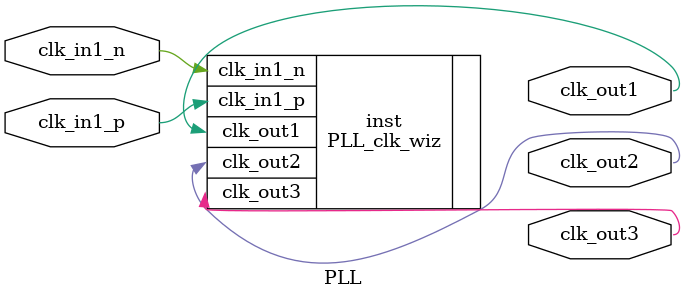
<source format=v>


`timescale 1ps/1ps

(* CORE_GENERATION_INFO = "PLL,clk_wiz_v6_0_1_0_0,{component_name=PLL,use_phase_alignment=false,use_min_o_jitter=false,use_max_i_jitter=false,use_dyn_phase_shift=false,use_inclk_switchover=false,use_dyn_reconfig=false,enable_axi=0,feedback_source=FDBK_AUTO,PRIMITIVE=MMCM,num_out_clk=3,clkin1_period=3.333,clkin2_period=10.0,use_power_down=false,use_reset=false,use_locked=false,use_inclk_stopped=false,feedback_type=SINGLE,CLOCK_MGR_TYPE=NA,manual_override=false}" *)

module PLL 
 (
  // Clock out ports
  output        clk_out1,
  output        clk_out2,
  output        clk_out3,
 // Clock in ports
  input         clk_in1_p,
  input         clk_in1_n
 );

  PLL_clk_wiz inst
  (
  // Clock out ports  
  .clk_out1(clk_out1),
  .clk_out2(clk_out2),
  .clk_out3(clk_out3),
 // Clock in ports
  .clk_in1_p(clk_in1_p),
  .clk_in1_n(clk_in1_n)
  );

endmodule

</source>
